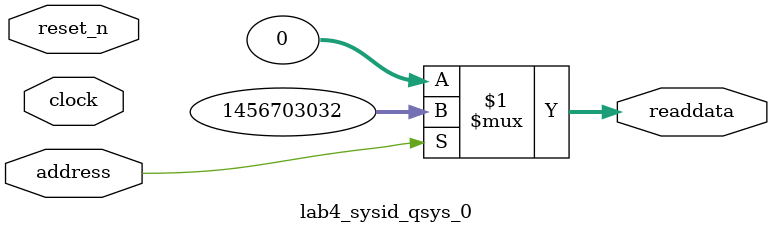
<source format=v>

`timescale 1ns / 1ps
// synthesis translate_on

// turn off superfluous verilog processor warnings 
// altera message_level Level1 
// altera message_off 10034 10035 10036 10037 10230 10240 10030 

module lab4_sysid_qsys_0 (
               // inputs:
                address,
                clock,
                reset_n,

               // outputs:
                readdata
             )
;

  output  [ 31: 0] readdata;
  input            address;
  input            clock;
  input            reset_n;

  wire    [ 31: 0] readdata;
  //control_slave, which is an e_avalon_slave
  assign readdata = address ? 1456703032 : 0;

endmodule




</source>
